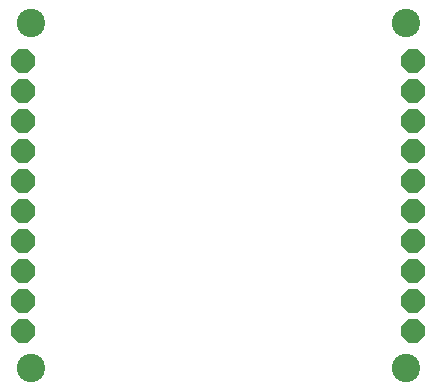
<source format=gbr>
G04 EAGLE Gerber RS-274X export*
G75*
%MOMM*%
%FSLAX34Y34*%
%LPD*%
%INSoldermask Bottom*%
%IPPOS*%
%AMOC8*
5,1,8,0,0,1.08239X$1,22.5*%
G01*
%ADD10C,2.403200*%
%ADD11P,2.144431X8X22.500000*%
%ADD12P,2.144431X8X202.500000*%


D10*
X19050Y-19050D03*
X336550Y-19050D03*
X19050Y273050D03*
X336550Y273050D03*
D11*
X12700Y241300D03*
X12700Y215900D03*
X12700Y190500D03*
X12700Y165100D03*
X12700Y139700D03*
X12700Y114300D03*
X12700Y88900D03*
X12700Y63500D03*
X12700Y38100D03*
X12700Y12700D03*
D12*
X342900Y12700D03*
X342900Y38100D03*
X342900Y63500D03*
X342900Y88900D03*
X342900Y114300D03*
X342900Y139700D03*
X342900Y165100D03*
X342900Y190500D03*
X342900Y215900D03*
X342900Y241300D03*
M02*

</source>
